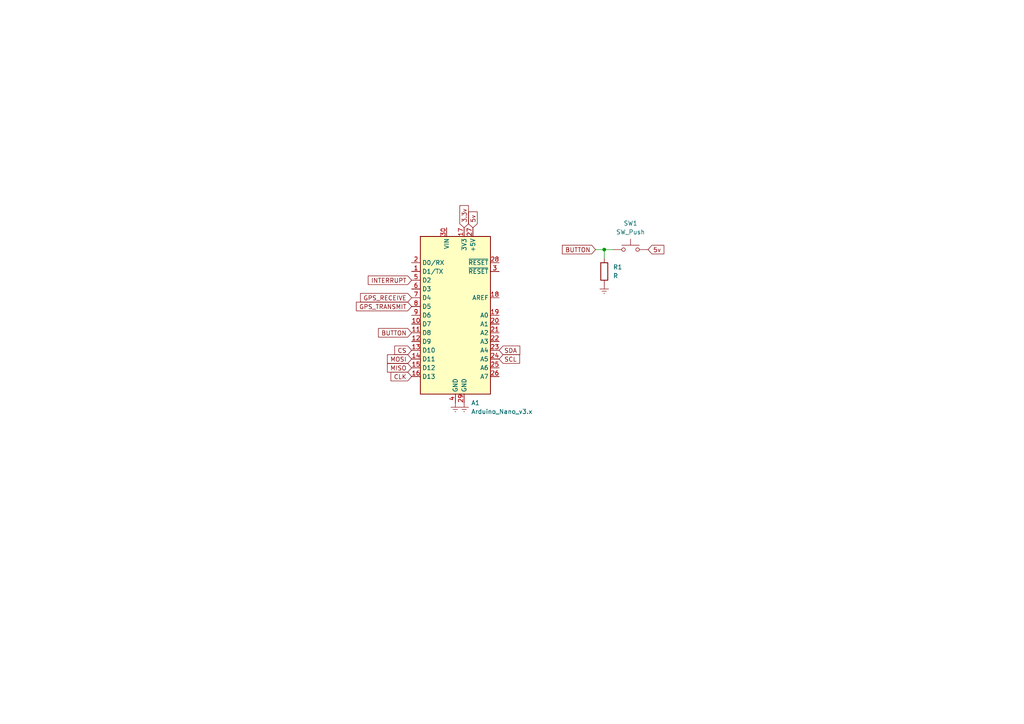
<source format=kicad_sch>
(kicad_sch (version 20211123) (generator eeschema)
  (paper "A4")
  (lib_symbols
    (symbol "Device:R" (pin_numbers hide) (pin_names (offset 0))
      (property "Reference" "R" (at 2.032 0 90))
      (property "Value" "R" (at 0 0 90))
      (symbol "R_0_1"
        (rectangle (start -1.016 -2.54) (end 1.016 2.54) (stroke (width 0.254)))
      )
      (symbol "R_1_1"
        (pin passive line (at 0 3.81 270) (length 1.27) (name "~") (number "1"))
        (pin passive line (at 0 -3.81 90) (length 1.27) (name "~") (number "2"))
      )
    )
    (symbol "MCU_Module:Arduino_Nano_v3.x"
      (property "Reference" "A" (at -10.16 23.495 0))
      (property "Value" "Arduino_Nano_v3.x" (at 5.08 -24.13 0))
      (symbol "Arduino_Nano_v3.x_0_1"
        (rectangle (start -10.16 22.86) (end 10.16 -22.86) (stroke (width 0.254)) (fill (type background)))
      )
      (symbol "Arduino_Nano_v3.x_1_1"
        (pin bidirectional line (at -12.7 12.7 0) (length 2.54) (name "D1/TX") (number "1"))
        (pin bidirectional line (at -12.7 -2.54 0) (length 2.54) (name "D7") (number "10"))
        (pin bidirectional line (at -12.7 -5.08 0) (length 2.54) (name "D8") (number "11"))
        (pin bidirectional line (at -12.7 -7.62 0) (length 2.54) (name "D9") (number "12"))
        (pin bidirectional line (at -12.7 -10.16 0) (length 2.54) (name "D10") (number "13"))
        (pin bidirectional line (at -12.7 -12.7 0) (length 2.54) (name "D11") (number "14"))
        (pin bidirectional line (at -12.7 -15.24 0) (length 2.54) (name "D12") (number "15"))
        (pin bidirectional line (at -12.7 -17.78 0) (length 2.54) (name "D13") (number "16"))
        (pin power_out line (at 2.54 25.4 270) (length 2.54) (name "3V3") (number "17"))
        (pin input line (at 12.7 5.08 180) (length 2.54) (name "AREF") (number "18"))
        (pin bidirectional line (at 12.7 0 180) (length 2.54) (name "A0") (number "19"))
        (pin bidirectional line (at -12.7 15.24 0) (length 2.54) (name "D0/RX") (number "2"))
        (pin bidirectional line (at 12.7 -2.54 180) (length 2.54) (name "A1") (number "20"))
        (pin bidirectional line (at 12.7 -5.08 180) (length 2.54) (name "A2") (number "21"))
        (pin bidirectional line (at 12.7 -7.62 180) (length 2.54) (name "A3") (number "22"))
        (pin bidirectional line (at 12.7 -10.16 180) (length 2.54) (name "A4") (number "23"))
        (pin bidirectional line (at 12.7 -12.7 180) (length 2.54) (name "A5") (number "24"))
        (pin bidirectional line (at 12.7 -15.24 180) (length 2.54) (name "A6") (number "25"))
        (pin bidirectional line (at 12.7 -17.78 180) (length 2.54) (name "A7") (number "26"))
        (pin power_out line (at 5.08 25.4 270) (length 2.54) (name "+5V") (number "27"))
        (pin input line (at 12.7 15.24 180) (length 2.54) (name "~{RESET}") (number "28"))
        (pin power_in line (at 2.54 -25.4 90) (length 2.54) (name "GND") (number "29"))
        (pin input line (at 12.7 12.7 180) (length 2.54) (name "~{RESET}") (number "3"))
        (pin power_in line (at -2.54 25.4 270) (length 2.54) (name "VIN") (number "30"))
        (pin power_in line (at 0 -25.4 90) (length 2.54) (name "GND") (number "4"))
        (pin bidirectional line (at -12.7 10.16 0) (length 2.54) (name "D2") (number "5"))
        (pin bidirectional line (at -12.7 7.62 0) (length 2.54) (name "D3") (number "6"))
        (pin bidirectional line (at -12.7 5.08 0) (length 2.54) (name "D4") (number "7"))
        (pin bidirectional line (at -12.7 2.54 0) (length 2.54) (name "D5") (number "8"))
        (pin bidirectional line (at -12.7 0 0) (length 2.54) (name "D6") (number "9"))
      )
    )
    (symbol "Switch:SW_Push" (pin_numbers hide) (pin_names (offset 1.016) hide)
      (property "Reference" "SW" (at 1.27 2.54 0))
      (property "Value" "SW_Push" (at 0 -1.524 0))
      (symbol "SW_Push_0_1"
        (circle (center -2.032 0) (radius 0.508))
        (polyline (pts (xy 0 1.27) (xy 0 3.048)))
        (polyline (pts (xy 2.54 1.27) (xy -2.54 1.27)))
        (circle (center 2.032 0) (radius 0.508))
        (pin passive line (at -5.08 0 0) (length 2.54) (name "1") (number "1"))
        (pin passive line (at 5.08 0 180) (length 2.54) (name "2") (number "2"))
      )
    )
    (symbol "power:Earth" (power) (pin_names (offset 0))
      (symbol "Earth_0_1"
        (polyline (pts (xy -0.635 -1.905) (xy 0.635 -1.905)))
        (polyline (pts (xy -0.127 -2.54) (xy 0.127 -2.54)))
        (polyline (pts (xy 0 -1.27) (xy 0 0)))
        (polyline (pts (xy 1.27 -1.27) (xy -1.27 -1.27)))
      )
      (symbol "Earth_1_1"
        (pin power_in line (at 0 0 270) (length 0) hide (name "Earth") (number "1"))
      )
    )
  )
  (junction (at 175.26 72.39))
  (wire (pts (xy 175.26 72.39) (xy 175.26 74.93)))
  (wire (pts (xy 175.26 72.39) (xy 177.8 72.39)))
  (wire (pts (xy 172.72 72.39) (xy 175.26 72.39)))
  (global_label "3.3v" (shape input) (at 134.62 66.04 90) (property "Intersheet References" "${INTERSHEET_REFS}" (effects hide)))
  (global_label "5v" (shape input) (at 137.16 66.04 90) (property "Intersheet References" "${INTERSHEET_REFS}" (effects hide)))
  (global_label "INTERRUPT" (shape input) (at 119.38 81.28 180) (property "Intersheet References" "${INTERSHEET_REFS}" (effects hide)))
  (global_label "GPS_RECEIVE" (shape input) (at 119.38 86.36 180) (property "Intersheet References" "${INTERSHEET_REFS}" (effects hide)))
  (global_label "CS" (shape input) (at 119.38 101.6 180) (property "Intersheet References" "${INTERSHEET_REFS}" (effects hide)))
  (global_label "CLK" (shape input) (at 119.38 109.22 180) (property "Intersheet References" "${INTERSHEET_REFS}" (effects hide)))
  (global_label "GPS_TRANSMIT" (shape input) (at 119.38 88.9 180) (property "Intersheet References" "${INTERSHEET_REFS}" (effects hide)))
  (global_label "MOSI" (shape input) (at 119.38 104.14 180) (property "Intersheet References" "${INTERSHEET_REFS}" (effects hide)))
  (global_label "BUTTON" (shape input) (at 119.38 96.52 180) (property "Intersheet References" "${INTERSHEET_REFS}" (effects hide)))
  (global_label "SCL" (shape input) (at 144.78 104.14 0) (property "Intersheet References" "${INTERSHEET_REFS}" (effects hide)))
  (global_label "SDA" (shape input) (at 144.78 101.6 0) (property "Intersheet References" "${INTERSHEET_REFS}" (effects hide)))
  (global_label "MISO" (shape input) (at 119.38 106.68 180) (property "Intersheet References" "${INTERSHEET_REFS}" (effects hide)))
  (global_label "5v" (shape input) (at 187.96 72.39 0) (property "Intersheet References" "${INTERSHEET_REFS}" (effects hide)))
  (global_label "BUTTON" (shape input) (at 172.72 72.39 180) (property "Intersheet References" "${INTERSHEET_REFS}" (effects hide)))
  (symbol (lib_id "power:Earth") (at 132.08 116.84 0) (unit 1)
    (property "Reference" "#PWR01" (effects hide))
    (property "Value" "Earth" (effects hide))
  )
  (symbol (lib_id "power:Earth") (at 175.26 82.55 0) (unit 1)
    (property "Reference" "#PWR03" (effects hide))
    (property "Value" "Earth" (effects hide))
  )
  (symbol (lib_id "Switch:SW_Push") (at 182.88 72.39 0) (unit 1)
    (property "Reference" "SW1" (at 182.88 64.77 0))
    (property "Value" "SW_Push" (at 182.88 67.31 0))
    (property "Footprint" "TestPoint:TestPoint_Bridge_Pitch5.08mm_Drill0.7mm" (effects hide))
  )
  (symbol (lib_id "Device:R") (at 175.26 78.74 180) (unit 1)
    (property "Reference" "R1" (at 177.8 77.4699 0) (effects (justify right)))
    (property "Value" "R" (at 177.8 80.0099 0) (effects (justify right)))
    (property "Footprint" "Resistor_THT:R_Axial_DIN0207_L6.3mm_D2.5mm_P7.62mm_Horizontal" (effects hide))
  )
  (symbol (lib_id "power:Earth") (at 134.62 116.84 0) (unit 1)
    (property "Reference" "#PWR02" (effects hide))
    (property "Value" "Earth" (effects hide))
  )
  (symbol (lib_id "MCU_Module:Arduino_Nano_v3.x") (at 132.08 91.44 0) (unit 1)
    (property "Reference" "A1" (at 136.6394 116.84 0) (effects (justify left)))
    (property "Value" "Arduino_Nano_v3.x" (at 136.6394 119.38 0) (effects (justify left)))
    (property "Footprint" "Module:Arduino_Nano" (effects hide))
    (property "Datasheet" "http://www.mouser.com/pdfdocs/Gravitech_Arduino_Nano3_0.pdf" (effects hide))
  )
)
</source>
